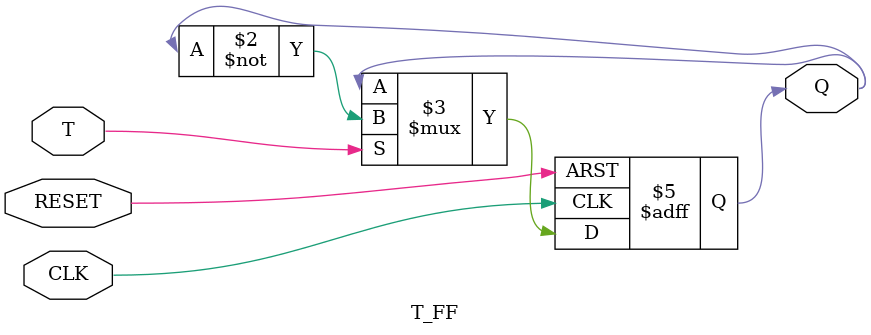
<source format=v>
`timescale 1ns / 1ps

module Decade_counter_4bit(
    input CLK,
    input RESET,
    output [3:0] Q
    );
    
   wire [3:0] T;
   assign T[0] = 1'b1;
   assign T[1] = Q[0];
   assign T[2] = Q[0] & Q[1]; 
   assign T[3] = (Q[0] & Q[1] & Q[2]) ;    
    
   T_FF t1(.CLK(CLK), .T(T[0]), .RESET(RESET), .Q(Q[0])); 
   T_FF t2(.CLK(CLK), .T(T[1]), .RESET(RESET), .Q(Q[1])); 
   T_FF t3(.CLK(CLK), .T(T[2]), .RESET(RESET), .Q(Q[2])); 
   T_FF t4(.CLK(CLK), .T(T[3]), .RESET(RESET), .Q(Q[3])); 
    
endmodule

module T_FF(
    input CLK,
    input T,
    input RESET,
    output reg Q
    );

     always @(posedge CLK or posedge RESET)
    begin
    if (RESET)
            Q <= 0;
        else if (T)
            Q <= ~Q;
            
    end
endmodule
</source>
